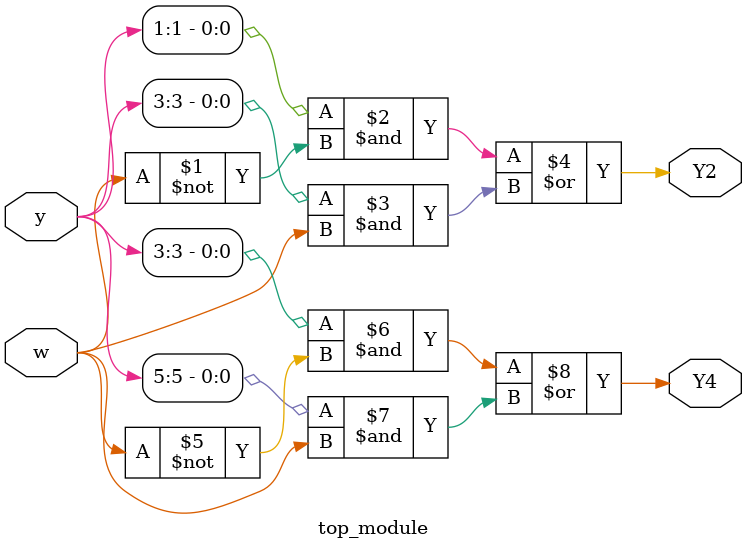
<source format=sv>
module top_module (
    input [6:1] y,
    input w,
    output Y2,
    output Y4
);

    assign Y2 = (y[1] & ~w) | (y[3] & w);   // next-state logic equation for Y2
    assign Y4 = (y[3] & ~w) | (y[5] & w);   // next-state logic equation for Y4

endmodule

</source>
